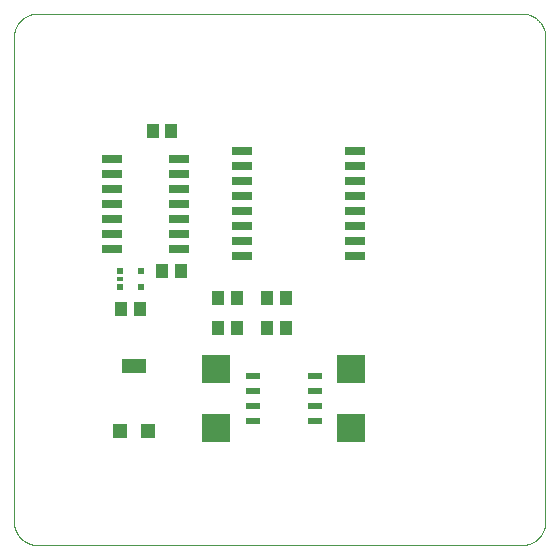
<source format=gtp>
G75*
%MOIN*%
%OFA0B0*%
%FSLAX25Y25*%
%IPPOS*%
%LPD*%
%AMOC8*
5,1,8,0,0,1.08239X$1,22.5*
%
%ADD10C,0.00400*%
%ADD11R,0.04331X0.05118*%
%ADD12R,0.09449X0.09449*%
%ADD13R,0.06890X0.02756*%
%ADD14R,0.05118X0.02362*%
%ADD15R,0.06693X0.02559*%
%ADD16R,0.05118X0.05118*%
%ADD17R,0.07874X0.05118*%
%ADD18R,0.01969X0.01969*%
%ADD19R,0.01969X0.01575*%
D10*
X0024406Y0009130D02*
X0024406Y0170547D01*
X0024408Y0170737D01*
X0024415Y0170927D01*
X0024427Y0171117D01*
X0024443Y0171307D01*
X0024463Y0171496D01*
X0024489Y0171685D01*
X0024518Y0171873D01*
X0024553Y0172060D01*
X0024592Y0172246D01*
X0024635Y0172431D01*
X0024683Y0172616D01*
X0024735Y0172799D01*
X0024791Y0172980D01*
X0024852Y0173160D01*
X0024918Y0173339D01*
X0024987Y0173516D01*
X0025061Y0173692D01*
X0025139Y0173865D01*
X0025222Y0174037D01*
X0025308Y0174206D01*
X0025398Y0174374D01*
X0025493Y0174539D01*
X0025591Y0174702D01*
X0025694Y0174862D01*
X0025800Y0175020D01*
X0025910Y0175175D01*
X0026023Y0175328D01*
X0026141Y0175478D01*
X0026262Y0175624D01*
X0026386Y0175768D01*
X0026514Y0175909D01*
X0026645Y0176047D01*
X0026780Y0176182D01*
X0026918Y0176313D01*
X0027059Y0176441D01*
X0027203Y0176565D01*
X0027349Y0176686D01*
X0027499Y0176804D01*
X0027652Y0176917D01*
X0027807Y0177027D01*
X0027965Y0177133D01*
X0028125Y0177236D01*
X0028288Y0177334D01*
X0028453Y0177429D01*
X0028621Y0177519D01*
X0028790Y0177605D01*
X0028962Y0177688D01*
X0029135Y0177766D01*
X0029311Y0177840D01*
X0029488Y0177909D01*
X0029667Y0177975D01*
X0029847Y0178036D01*
X0030028Y0178092D01*
X0030211Y0178144D01*
X0030396Y0178192D01*
X0030581Y0178235D01*
X0030767Y0178274D01*
X0030954Y0178309D01*
X0031142Y0178338D01*
X0031331Y0178364D01*
X0031520Y0178384D01*
X0031710Y0178400D01*
X0031900Y0178412D01*
X0032090Y0178419D01*
X0032280Y0178421D01*
X0193698Y0178421D01*
X0193888Y0178419D01*
X0194078Y0178412D01*
X0194268Y0178400D01*
X0194458Y0178384D01*
X0194647Y0178364D01*
X0194836Y0178338D01*
X0195024Y0178309D01*
X0195211Y0178274D01*
X0195397Y0178235D01*
X0195582Y0178192D01*
X0195767Y0178144D01*
X0195950Y0178092D01*
X0196131Y0178036D01*
X0196311Y0177975D01*
X0196490Y0177909D01*
X0196667Y0177840D01*
X0196843Y0177766D01*
X0197016Y0177688D01*
X0197188Y0177605D01*
X0197357Y0177519D01*
X0197525Y0177429D01*
X0197690Y0177334D01*
X0197853Y0177236D01*
X0198013Y0177133D01*
X0198171Y0177027D01*
X0198326Y0176917D01*
X0198479Y0176804D01*
X0198629Y0176686D01*
X0198775Y0176565D01*
X0198919Y0176441D01*
X0199060Y0176313D01*
X0199198Y0176182D01*
X0199333Y0176047D01*
X0199464Y0175909D01*
X0199592Y0175768D01*
X0199716Y0175624D01*
X0199837Y0175478D01*
X0199955Y0175328D01*
X0200068Y0175175D01*
X0200178Y0175020D01*
X0200284Y0174862D01*
X0200387Y0174702D01*
X0200485Y0174539D01*
X0200580Y0174374D01*
X0200670Y0174206D01*
X0200756Y0174037D01*
X0200839Y0173865D01*
X0200917Y0173692D01*
X0200991Y0173516D01*
X0201060Y0173339D01*
X0201126Y0173160D01*
X0201187Y0172980D01*
X0201243Y0172799D01*
X0201295Y0172616D01*
X0201343Y0172431D01*
X0201386Y0172246D01*
X0201425Y0172060D01*
X0201460Y0171873D01*
X0201489Y0171685D01*
X0201515Y0171496D01*
X0201535Y0171307D01*
X0201551Y0171117D01*
X0201563Y0170927D01*
X0201570Y0170737D01*
X0201572Y0170547D01*
X0201572Y0009130D01*
X0201570Y0008940D01*
X0201563Y0008750D01*
X0201551Y0008560D01*
X0201535Y0008370D01*
X0201515Y0008181D01*
X0201489Y0007992D01*
X0201460Y0007804D01*
X0201425Y0007617D01*
X0201386Y0007431D01*
X0201343Y0007246D01*
X0201295Y0007061D01*
X0201243Y0006878D01*
X0201187Y0006697D01*
X0201126Y0006517D01*
X0201060Y0006338D01*
X0200991Y0006161D01*
X0200917Y0005985D01*
X0200839Y0005812D01*
X0200756Y0005640D01*
X0200670Y0005471D01*
X0200580Y0005303D01*
X0200485Y0005138D01*
X0200387Y0004975D01*
X0200284Y0004815D01*
X0200178Y0004657D01*
X0200068Y0004502D01*
X0199955Y0004349D01*
X0199837Y0004199D01*
X0199716Y0004053D01*
X0199592Y0003909D01*
X0199464Y0003768D01*
X0199333Y0003630D01*
X0199198Y0003495D01*
X0199060Y0003364D01*
X0198919Y0003236D01*
X0198775Y0003112D01*
X0198629Y0002991D01*
X0198479Y0002873D01*
X0198326Y0002760D01*
X0198171Y0002650D01*
X0198013Y0002544D01*
X0197853Y0002441D01*
X0197690Y0002343D01*
X0197525Y0002248D01*
X0197357Y0002158D01*
X0197188Y0002072D01*
X0197016Y0001989D01*
X0196843Y0001911D01*
X0196667Y0001837D01*
X0196490Y0001768D01*
X0196311Y0001702D01*
X0196131Y0001641D01*
X0195950Y0001585D01*
X0195767Y0001533D01*
X0195582Y0001485D01*
X0195397Y0001442D01*
X0195211Y0001403D01*
X0195024Y0001368D01*
X0194836Y0001339D01*
X0194647Y0001313D01*
X0194458Y0001293D01*
X0194268Y0001277D01*
X0194078Y0001265D01*
X0193888Y0001258D01*
X0193698Y0001256D01*
X0032280Y0001256D01*
X0032090Y0001258D01*
X0031900Y0001265D01*
X0031710Y0001277D01*
X0031520Y0001293D01*
X0031331Y0001313D01*
X0031142Y0001339D01*
X0030954Y0001368D01*
X0030767Y0001403D01*
X0030581Y0001442D01*
X0030396Y0001485D01*
X0030211Y0001533D01*
X0030028Y0001585D01*
X0029847Y0001641D01*
X0029667Y0001702D01*
X0029488Y0001768D01*
X0029311Y0001837D01*
X0029135Y0001911D01*
X0028962Y0001989D01*
X0028790Y0002072D01*
X0028621Y0002158D01*
X0028453Y0002248D01*
X0028288Y0002343D01*
X0028125Y0002441D01*
X0027965Y0002544D01*
X0027807Y0002650D01*
X0027652Y0002760D01*
X0027499Y0002873D01*
X0027349Y0002991D01*
X0027203Y0003112D01*
X0027059Y0003236D01*
X0026918Y0003364D01*
X0026780Y0003495D01*
X0026645Y0003630D01*
X0026514Y0003768D01*
X0026386Y0003909D01*
X0026262Y0004053D01*
X0026141Y0004199D01*
X0026023Y0004349D01*
X0025910Y0004502D01*
X0025800Y0004657D01*
X0025694Y0004815D01*
X0025591Y0004975D01*
X0025493Y0005138D01*
X0025398Y0005303D01*
X0025308Y0005471D01*
X0025222Y0005640D01*
X0025139Y0005812D01*
X0025061Y0005985D01*
X0024987Y0006161D01*
X0024918Y0006338D01*
X0024852Y0006517D01*
X0024791Y0006697D01*
X0024735Y0006878D01*
X0024683Y0007061D01*
X0024635Y0007246D01*
X0024592Y0007431D01*
X0024553Y0007617D01*
X0024518Y0007804D01*
X0024489Y0007992D01*
X0024463Y0008181D01*
X0024443Y0008370D01*
X0024427Y0008560D01*
X0024415Y0008750D01*
X0024408Y0008940D01*
X0024406Y0009130D01*
D11*
X0092507Y0073756D03*
X0098806Y0073756D03*
X0108757Y0073756D03*
X0115056Y0073756D03*
X0115056Y0083756D03*
X0108757Y0083756D03*
X0098806Y0083756D03*
X0092507Y0083756D03*
X0080056Y0092506D03*
X0073757Y0092506D03*
X0066306Y0080006D03*
X0060007Y0080006D03*
X0070632Y0139381D03*
X0076931Y0139381D03*
D12*
X0091906Y0059848D03*
X0091906Y0040163D03*
X0136906Y0040163D03*
X0136906Y0059848D03*
D13*
X0079278Y0100006D03*
X0079278Y0105006D03*
X0079278Y0110006D03*
X0079278Y0115006D03*
X0079278Y0120006D03*
X0079278Y0125006D03*
X0079278Y0130006D03*
X0057034Y0130006D03*
X0057034Y0125006D03*
X0057034Y0120006D03*
X0057034Y0115006D03*
X0057034Y0110006D03*
X0057034Y0105006D03*
X0057034Y0100006D03*
D14*
X0103973Y0057506D03*
X0103973Y0052506D03*
X0103973Y0047506D03*
X0103973Y0042506D03*
X0124839Y0042506D03*
X0124839Y0047506D03*
X0124839Y0052506D03*
X0124839Y0057506D03*
D15*
X0138225Y0097506D03*
X0138225Y0102506D03*
X0138225Y0107506D03*
X0138225Y0112506D03*
X0138225Y0117506D03*
X0138225Y0122506D03*
X0138225Y0127506D03*
X0138225Y0132506D03*
X0100587Y0132506D03*
X0100587Y0127506D03*
X0100587Y0122506D03*
X0100587Y0117506D03*
X0100587Y0112506D03*
X0100587Y0107506D03*
X0100587Y0102506D03*
X0100587Y0097506D03*
D16*
X0068934Y0039179D03*
X0059879Y0039179D03*
D17*
X0064406Y0060833D03*
D18*
X0066699Y0087250D03*
X0066699Y0092762D03*
X0059613Y0092762D03*
X0059613Y0087250D03*
D19*
X0059613Y0090006D03*
M02*

</source>
